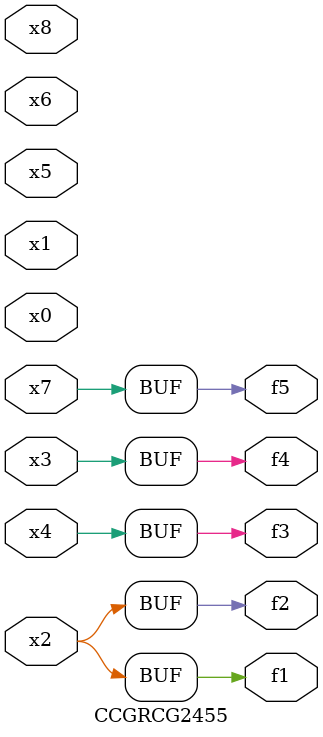
<source format=v>
module CCGRCG2455(
	input x0, x1, x2, x3, x4, x5, x6, x7, x8,
	output f1, f2, f3, f4, f5
);
	assign f1 = x2;
	assign f2 = x2;
	assign f3 = x4;
	assign f4 = x3;
	assign f5 = x7;
endmodule

</source>
